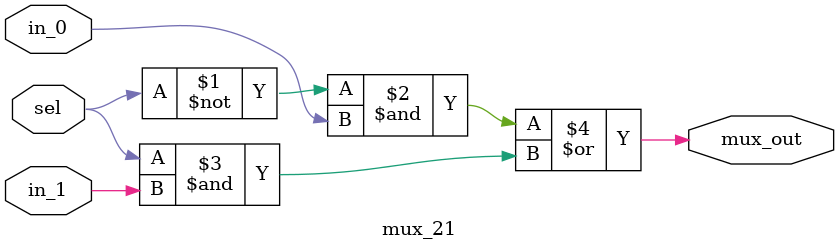
<source format=v>
`timescale 1ns / 1ps


module mux_21(in_0,in_1,sel,mux_out);

input in_0,in_1,sel;
output mux_out;
assign mux_out=((~sel) & in_0)|(sel & in_1);

endmodule

</source>
